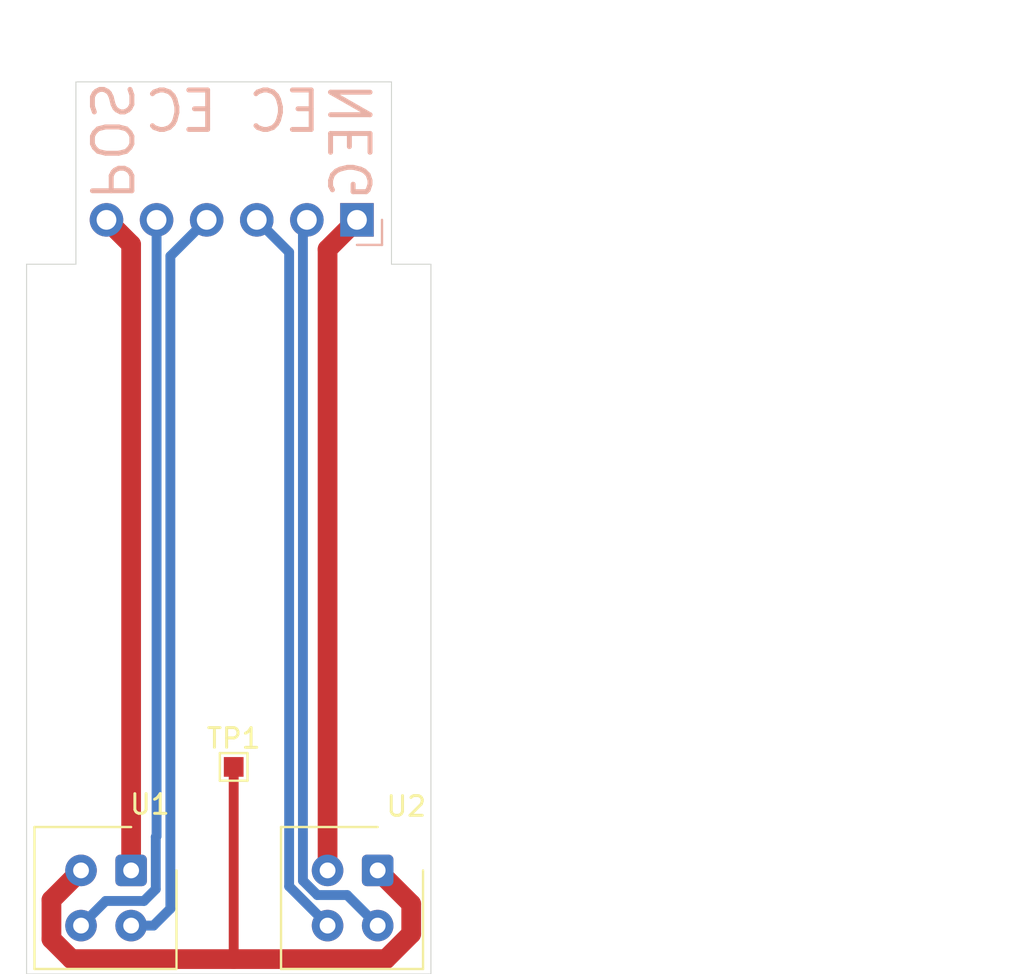
<source format=kicad_pcb>
(kicad_pcb (version 20211014) (generator pcbnew)
  (layers (0 "F.Cu" signal) (31 "B.Cu" signal) (34 "B.Paste" user) (35 "F.Paste" user) (36 "B.SilkS" user "B.Silkscreen") (37 "F.SilkS" user "F.Silkscreen") (38 "B.Mask" user) (39 "F.Mask" user) (44 "Edge.Cuts" user))
  (net 0 "")
  (net 1 "/NEG")
  (net 2 "/E1")
  (net 3 "/C1")
  (net 4 "/POS")
  (net 5 "Net-(U1-Pad2)")
  (net 6 "/E2")
  (net 7 "/C2")
  (footprint "Mounting_Holes:MountingHole_3.2mm_M3" (layer "F.Cu") (at 159.75 110)
    (fp_text reference "H1" hide)
    (fp_text value "MountingHole")
    (pad "" np_thru_hole circle locked (at 0 0) (size 3.2 3.2) (drill 3.2) (layers *.Cu *.Mask))
  )
  (footprint "OptoDevice:Vishay_CNY70" (layer "F.Cu") (at 154.8 131 -90)
    (fp_text reference "U1" (at -3.35 -0.95 180) (layer "F.SilkS"))
    (fp_text value "CNY70")
    (fp_line (start -2.2 0) (end -2.2 4.9) (layer "F.SilkS") (width 0.12))
    (fp_line (start -2.2 4.9) (end 5 4.9) (layer "F.SilkS") (width 0.12))
    (fp_line (start 5 -2.3) (end 0 -2.3) (layer "F.SilkS") (width 0.12))
    (fp_line (start 5 4.9) (end 5 -2.3) (layer "F.SilkS") (width 0.12))
    (pad "1" thru_hole roundrect locked (at 0 0 270) (size 1.6 1.6) (drill 0.8) (layers *.Cu *.Mask) (roundrect_rratio 0.156) (net 4 "/POS"))
    (pad "2" thru_hole circle locked (at 0 2.54 270) (size 1.6 1.6) (drill 0.8) (layers *.Cu *.Mask) (net 5 "Net-(U1-Pad2)"))
    (pad "3" thru_hole circle locked (at 2.8 2.54 270) (size 1.6 1.6) (drill 0.8) (layers *.Cu *.Mask) (net 3 "/C1"))
    (pad "4" thru_hole circle locked (at 2.8 0 270) (size 1.6 1.6) (drill 0.8) (layers *.Cu *.Mask) (net 2 "/E1"))
  )
  (footprint "OptoDevice:Vishay_CNY70" (layer "F.Cu") (at 167.3 131 -90)
    (fp_text reference "U2" (at -3.25 -1.45 180) (layer "F.SilkS"))
    (fp_text value "CNY70")
    (fp_line (start -2.2 4.9) (end 5 4.9) (layer "F.SilkS") (width 0.12))
    (fp_line (start -2.2 0) (end -2.2 4.9) (layer "F.SilkS") (width 0.12))
    (fp_line (start 5 -2.3) (end 0 -2.3) (layer "F.SilkS") (width 0.12))
    (fp_line (start 5 4.9) (end 5 -2.3) (layer "F.SilkS") (width 0.12))
    (pad "1" thru_hole roundrect locked (at 0 0 270) (size 1.6 1.6) (drill 0.8) (layers *.Cu *.Mask) (roundrect_rratio 0.156) (net 5 "Net-(U1-Pad2)"))
    (pad "2" thru_hole circle locked (at 0 2.54 270) (size 1.6 1.6) (drill 0.8) (layers *.Cu *.Mask) (net 1 "/NEG"))
    (pad "3" thru_hole circle locked (at 2.8 2.54 270) (size 1.6 1.6) (drill 0.8) (layers *.Cu *.Mask) (net 7 "/C2"))
    (pad "4" thru_hole circle locked (at 2.8 0 270) (size 1.6 1.6) (drill 0.8) (layers *.Cu *.Mask) (net 6 "/E2"))
  )
  (footprint "TestPoint:TestPoint_Pad_1.0x1.0mm" (layer "F.Cu") (at 160 125.75)
    (fp_text reference "TP1" (at 0 -1.448) (layer "F.SilkS"))
    (fp_text value "TestPoint")
    (fp_line (start 0.7 0.7) (end -0.7 0.7) (layer "F.SilkS") (width 0.12))
    (fp_line (start -0.7 0.7) (end -0.7 -0.7) (layer "F.SilkS") (width 0.12))
    (fp_line (start -0.7 -0.7) (end 0.7 -0.7) (layer "F.SilkS") (width 0.12))
    (fp_line (start 0.7 -0.7) (end 0.7 0.7) (layer "F.SilkS") (width 0.12))
    (pad "1" smd rect locked (at 0 0) (size 1 1) (layers "F.Cu" "F.Mask") (net 5 "Net-(U1-Pad2)"))
  )
  (footprint "Pin_Headers:Pin_Header_Angled_1x06_Pitch2.54mm" (layer "B.Cu") (at 166.25 98 90)
    (fp_text reference "J1" hide)
    (fp_text value "Conn_01x06_Male")
    (fp_line (start -1.27 0) (end -1.27 1.27) (layer "B.SilkS") (width 0.12))
    (fp_line (start -1.27 1.27) (end 0 1.27) (layer "B.SilkS") (width 0.12))
    (pad "1" thru_hole rect (at 0 0 90) (size 1.7 1.7) (drill 1) (layers *.Cu *.Mask) (net 1 "/NEG"))
    (pad "2" thru_hole oval (at 0 -2.54 90) (size 1.7 1.7) (drill 1) (layers *.Cu *.Mask) (net 6 "/E2"))
    (pad "3" thru_hole oval (at 0 -5.08 90) (size 1.7 1.7) (drill 1) (layers *.Cu *.Mask) (net 7 "/C2"))
    (pad "4" thru_hole oval (at 0 -7.62 90) (size 1.7 1.7) (drill 1) (layers *.Cu *.Mask) (net 2 "/E1"))
    (pad "5" thru_hole oval (at 0 -10.16 90) (size 1.7 1.7) (drill 1) (layers *.Cu *.Mask) (net 3 "/C1"))
    (pad "6" thru_hole oval (at 0 -12.7 90) (size 1.7 1.7) (drill 1) (layers *.Cu *.Mask) (net 4 "/POS"))
  )
  (gr_line (start 149.5 100.25) (end 149.5 136.25) (layer "Edge.Cuts") (width 0.05))
  (gr_line (start 149.5 136.25) (end 170 136.25) (layer "Edge.Cuts") (width 0.05))
  (gr_line (start 168 100.25) (end 168 91) (layer "Edge.Cuts") (width 0.05))
  (gr_line (start 170 136.25) (end 170 100.25) (layer "Edge.Cuts") (width 0.05))
  (gr_line (start 170 100.25) (end 168 100.25) (layer "Edge.Cuts") (width 0.05))
  (gr_line (start 168 91) (end 152 91) (layer "Edge.Cuts") (width 0.05))
  (gr_line (start 152 100.25) (end 152 91) (layer "Edge.Cuts") (width 0.05))
  (gr_line (start 149.5 100.25) (end 152 100.25) (layer "Edge.Cuts") (width 0.05))
  (gr_text "NEG" (at 166 94 -270) (layer "B.SilkS") (effects (font (size 2 2) (thickness 0.25)) (justify mirror)))
  (gr_text "C" (at 156.5 92.5) (layer "B.SilkS") (effects (font (size 2 2) (thickness 0.25)) (justify mirror)))
  (gr_text "C" (at 161.75 92.5) (layer "B.SilkS") (effects (font (size 2 2) (thickness 0.25)) (justify mirror)))
  (gr_text "E" (at 158.25 92.5) (layer "B.SilkS") (effects (font (size 2 2) (thickness 0.25)) (justify mirror)))
  (gr_text "E" (at 163.5 92.5) (layer "B.SilkS") (effects (font (size 2 2) (thickness 0.25)) (justify mirror)))
  (gr_text "POS" (at 153.75 94 -90) (layer "B.SilkS") (effects (font (size 2 2) (thickness 0.25)) (justify mirror)))
  (segment (start 164.76 131) (end 164.76 99.49) (width 1) (layer "F.Cu") (net 1))
  (segment (start 164.76 99.49) (end 166.25 98) (width 1) (layer "F.Cu") (net 1))
  (segment (start 155.93137 133.8) (end 156.78952 132.94185) (width 0.5) (layer "B.Cu") (net 2))
  (segment (start 156.78952 99.84048) (end 158.63 98) (width 0.5) (layer "B.Cu") (net 2))
  (segment (start 156.78952 132.94185) (end 156.78952 99.84048) (width 0.5) (layer "B.Cu") (net 2))
  (segment (start 154.8 133.8) (end 155.93137 133.8) (width 0.5) (layer "B.Cu") (net 2))
  (segment (start 156.04952 129.29952) (end 156.09 129.25904) (width 0.5) (layer "B.Cu") (net 3))
  (segment (start 153.509511 132.550489) (end 155.449511 132.550489) (width 0.5) (layer "B.Cu") (net 3))
  (segment (start 152.26 133.8) (end 153.509511 132.550489) (width 0.5) (layer "B.Cu") (net 3))
  (segment (start 156.04952 131.95048) (end 156.04952 129.29952) (width 0.5) (layer "B.Cu") (net 3))
  (segment (start 155.449511 132.550489) (end 156.04952 131.95048) (width 0.5) (layer "B.Cu") (net 3))
  (segment (start 156.09 129.25904) (end 156.09 98) (width 0.5) (layer "B.Cu") (net 3))
  (segment (start 154.8 131) (end 154.8 99.25) (width 1) (layer "F.Cu") (net 4))
  (segment (start 154.8 99.25) (end 153.55 98) (width 1) (layer "F.Cu") (net 4))
  (segment (start 169 132.7) (end 167.3 131) (width 1) (layer "F.Cu") (net 5))
  (segment (start 160 135.5) (end 167.72063 135.5) (width 1) (layer "F.Cu") (net 5))
  (segment (start 151.77452 135.5) (end 160 135.5) (width 1) (layer "F.Cu") (net 5))
  (segment (start 167.72063 135.5) (end 169 134.22063) (width 1) (layer "F.Cu") (net 5))
  (segment (start 150.760489 134.485969) (end 151.77452 135.5) (width 1) (layer "F.Cu") (net 5))
  (segment (start 150.760489 132.499511) (end 150.760489 134.485969) (width 1) (layer "F.Cu") (net 5))
  (segment (start 160 125.75) (end 160 135.5) (width 0.5) (layer "F.Cu") (net 5))
  (segment (start 152.26 131) (end 150.760489 132.499511) (width 1) (layer "F.Cu") (net 5))
  (segment (start 169 134.22063) (end 169 132.7) (width 1) (layer "F.Cu") (net 5))
  (segment (start 164.242435 132.249511) (end 163.510489 131.517565) (width 0.5) (layer "B.Cu") (net 6))
  (segment (start 167.3 133.8) (end 165.749511 132.249511) (width 0.5) (layer "B.Cu") (net 6))
  (segment (start 165.749511 132.249511) (end 164.242435 132.249511) (width 0.5) (layer "B.Cu") (net 6))
  (segment (start 163.510489 98.199511) (end 163.71 98) (width 0.5) (layer "B.Cu") (net 6))
  (segment (start 163.510489 131.517565) (end 163.510489 98.199511) (width 0.5) (layer "B.Cu") (net 6))
  (segment (start 162.810969 99.640969) (end 161.17 98) (width 0.5) (layer "B.Cu") (net 7))
  (segment (start 164.76 133.8) (end 164.76 133.756346) (width 0.5) (layer "B.Cu") (net 7))
  (segment (start 162.810969 131.807315) (end 162.810969 99.640969) (width 0.5) (layer "B.Cu") (net 7))
  (segment (start 164.76 133.756346) (end 162.810969 131.807315) (width 0.5) (layer "B.Cu") (net 7))
)
</source>
